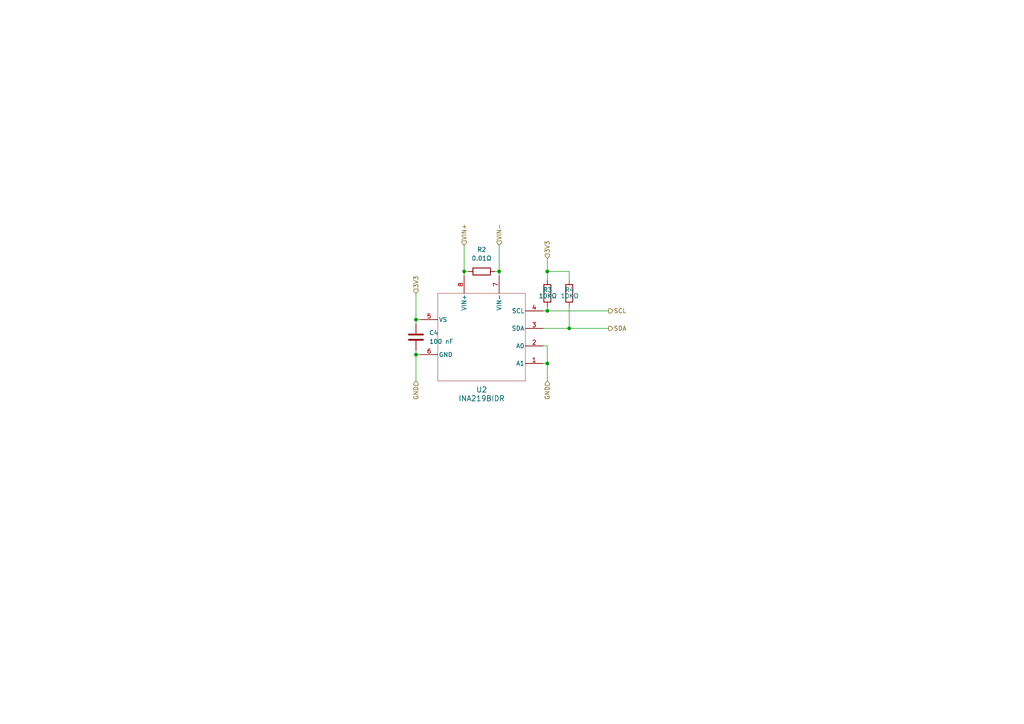
<source format=kicad_sch>
(kicad_sch (version 20231120) (generator "eeschema") (generator_version "8.0")
  (paper "A4")
  (lib_symbols
    (symbol "2025-02-09_22-12-25:INA219BIDR" (pin_names (offset 0.254))
      (property "Reference" "U" (at 0 2.54 0))
      (property "Value" "INA219BIDR" (at 0 0 0))
      (symbol "INA219BIDR_0_1"
        (polyline (pts (xy -12.7 -12.7) (xy 12.7 -12.7)) (stroke (width 0.1016)))
        (polyline (pts (xy -12.7 12.7) (xy -12.7 -12.7)) (stroke (width 0.1016)))
        (polyline (pts (xy 12.7 -12.7) (xy 12.7 12.7)) (stroke (width 0.1016)))
        (polyline (pts (xy 12.7 12.7) (xy -12.7 12.7)) (stroke (width 0.1016)))
        (pin input line (at 17.78 -7.62 180) (length 5.08) (name "A1") (number "1"))
        (pin input line (at 17.78 -2.54 180) (length 5.08) (name "A0") (number "2"))
        (pin input line (at 17.78 7.62 180) (length 5.08) (name "SCL") (number "4"))
        (pin power_in line (at -17.78 5.08 0) (length 5.08) (name "VS") (number "5"))
        (pin power_in line (at -17.78 -5.08 0) (length 5.08) (name "GND") (number "6"))
        (pin power_in line (at 5.08 17.78 270) (length 5.08) (name "VIN-") (number "7"))
        (pin power_in line (at -5.08 17.78 270) (length 5.08) (name "VIN+") (number "8"))
      )
      (symbol "INA219BIDR_1_1"
        (pin bidirectional line (at 17.78 2.54 180) (length 5.08) (name "SDA") (number "3"))
      )
    )
    (symbol "Device:C" (pin_numbers hide) (pin_names (offset 0.254))
      (property "Reference" "C" (at 0.635 2.54 0))
      (property "Value" "C" (at 0.635 -2.54 0))
      (symbol "C_0_1"
        (polyline (pts (xy -2.032 -0.762) (xy 2.032 -0.762)) (stroke (width 0.508)))
        (polyline (pts (xy -2.032 0.762) (xy 2.032 0.762)) (stroke (width 0.508)))
      )
      (symbol "C_1_1"
        (pin passive line (at 0 3.81 270) (length 2.794) (name "~") (number "1"))
        (pin passive line (at 0 -3.81 90) (length 2.794) (name "~") (number "2"))
      )
    )
    (symbol "Device:R" (pin_numbers hide) (pin_names (offset 0))
      (property "Reference" "R" (at 2.032 0 90))
      (property "Value" "R" (at 0 0 90))
      (symbol "R_0_1"
        (rectangle (start -1.016 -2.54) (end 1.016 2.54) (stroke (width 0.254)))
      )
      (symbol "R_1_1"
        (pin passive line (at 0 3.81 270) (length 1.27) (name "~") (number "1"))
        (pin passive line (at 0 -3.81 90) (length 1.27) (name "~") (number "2"))
      )
    )
  )
  (junction (at 120.65 102.87))
  (junction (at 134.62 78.74))
  (junction (at 158.75 105.41))
  (junction (at 165.1 95.25))
  (junction (at 120.65 92.71))
  (junction (at 158.75 78.74))
  (junction (at 144.78 78.74))
  (junction (at 158.75 90.17))
  (wire (pts (xy 165.1 95.25) (xy 176.53 95.25)))
  (wire (pts (xy 121.92 102.87) (xy 120.65 102.87)))
  (wire (pts (xy 158.75 90.17) (xy 158.75 88.9)))
  (wire (pts (xy 120.65 102.87) (xy 120.65 110.49)))
  (wire (pts (xy 134.62 78.74) (xy 134.62 80.01)))
  (wire (pts (xy 165.1 95.25) (xy 165.1 88.9)))
  (wire (pts (xy 158.75 78.74) (xy 165.1 78.74)))
  (wire (pts (xy 158.75 105.41) (xy 158.75 110.49)))
  (wire (pts (xy 144.78 78.74) (xy 144.78 80.01)))
  (wire (pts (xy 158.75 81.28) (xy 158.75 78.74)))
  (wire (pts (xy 157.48 90.17) (xy 158.75 90.17)))
  (wire (pts (xy 158.75 90.17) (xy 176.53 90.17)))
  (wire (pts (xy 157.48 95.25) (xy 165.1 95.25)))
  (wire (pts (xy 120.65 101.6) (xy 120.65 102.87)))
  (wire (pts (xy 157.48 105.41) (xy 158.75 105.41)))
  (wire (pts (xy 144.78 71.12) (xy 144.78 78.74)))
  (wire (pts (xy 157.48 100.33) (xy 158.75 100.33)))
  (wire (pts (xy 134.62 71.12) (xy 134.62 78.74)))
  (wire (pts (xy 158.75 74.93) (xy 158.75 78.74)))
  (wire (pts (xy 143.51 78.74) (xy 144.78 78.74)))
  (wire (pts (xy 165.1 78.74) (xy 165.1 81.28)))
  (wire (pts (xy 158.75 100.33) (xy 158.75 105.41)))
  (wire (pts (xy 120.65 92.71) (xy 120.65 93.98)))
  (wire (pts (xy 135.89 78.74) (xy 134.62 78.74)))
  (wire (pts (xy 121.92 92.71) (xy 120.65 92.71)))
  (wire (pts (xy 120.65 85.09) (xy 120.65 92.71)))
  (hierarchical_label "GND" (shape input) (at 120.65 110.49 270))
  (hierarchical_label "VIN+" (shape input) (at 134.62 71.12 90))
  (hierarchical_label "3V3" (shape input) (at 158.75 74.93 90))
  (hierarchical_label "SCL" (shape output) (at 176.53 90.17 0))
  (hierarchical_label "3V3" (shape input) (at 120.65 85.09 90))
  (hierarchical_label "GND" (shape input) (at 158.75 110.49 270))
  (hierarchical_label "VIN-" (shape input) (at 144.78 71.12 90))
  (hierarchical_label "SDA" (shape output) (at 176.53 95.25 0))
  (symbol (lib_id "Device:C") (at 120.65 97.79 0) (unit 1)
    (property "Reference" "C4" (at 124.46 96.5199 0) (effects (justify left)))
    (property "Value" "100 nF" (at 124.46 99.0599 0) (effects (justify left)))
    (property "Footprint" "Capacitor_SMD:C_0603_1608Metric" (effects (hide yes)))
    (property "Description" "Unpolarized capacitor" (effects (hide yes)))
  )
  (symbol (lib_id "Device:R") (at 165.1 85.09 0) (unit 1)
    (property "Reference" "R4" (at 163.83 84.074 0) (effects (justify left)))
    (property "Value" "10KΩ" (at 162.56 85.852 0) (effects (justify left)))
    (property "Footprint" "Resistor_SMD:R_0603_1608Metric" (effects (hide yes)))
    (property "Description" "Resistor" (effects (hide yes)))
  )
  (symbol (lib_id "2025-02-09_22-12-25:INA219BIDR") (at 139.7 97.79 0) (unit 1)
    (property "Reference" "U2" (at 139.7 113.03 0) (effects (font (size 1.524 1.524))))
    (property "Value" "INA219BIDR" (at 139.7 115.57 0) (effects (font (size 1.524 1.524))))
    (property "Footprint" "Library:INA219" (effects (hide yes)))
    (property "Datasheet" "INA219BIDR" (effects (hide yes)))
  )
  (symbol (lib_id "Device:R") (at 158.75 85.09 0) (unit 1)
    (property "Reference" "R3" (at 157.48 84.074 0) (effects (justify left)))
    (property "Value" "10KΩ" (at 156.21 85.852 0) (effects (justify left)))
    (property "Footprint" "Resistor_SMD:R_0603_1608Metric" (effects (hide yes)))
    (property "Description" "Resistor" (effects (hide yes)))
  )
  (symbol (lib_id "Device:R") (at 139.7 78.74 90) (unit 1)
    (property "Reference" "R2" (at 139.7 72.39 90))
    (property "Value" "0.01Ω" (at 139.7 74.93 90))
    (property "Footprint" "Resistor_SMD:R_0805_2012Metric" (effects (hide yes)))
    (property "Description" "Resistor" (effects (hide yes)))
  )
)
</source>
